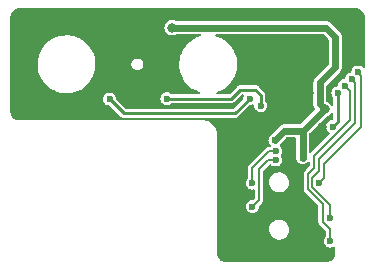
<source format=gbr>
%TF.GenerationSoftware,KiCad,Pcbnew,7.99.0-1.20230926git54171ec.fc37*%
%TF.CreationDate,2023-10-03T14:44:03+01:00*%
%TF.ProjectId,bugg-mic-r5,62756767-2d6d-4696-932d-72352e6b6963,rev?*%
%TF.SameCoordinates,Original*%
%TF.FileFunction,Copper,L6,Bot*%
%TF.FilePolarity,Positive*%
%FSLAX46Y46*%
G04 Gerber Fmt 4.6, Leading zero omitted, Abs format (unit mm)*
G04 Created by KiCad (PCBNEW 7.99.0-1.20230926git54171ec.fc37) date 2023-10-03 14:44:03*
%MOMM*%
%LPD*%
G01*
G04 APERTURE LIST*
%TA.AperFunction,ComponentPad*%
%ADD10C,0.500000*%
%TD*%
%TA.AperFunction,SMDPad,CuDef*%
%ADD11R,2.650000X2.650000*%
%TD*%
%TA.AperFunction,ViaPad*%
%ADD12C,0.600000*%
%TD*%
%TA.AperFunction,ViaPad*%
%ADD13C,0.800000*%
%TD*%
%TA.AperFunction,Conductor*%
%ADD14C,0.600000*%
%TD*%
%TA.AperFunction,Conductor*%
%ADD15C,0.200000*%
%TD*%
%TA.AperFunction,Conductor*%
%ADD16C,0.250000*%
%TD*%
G04 APERTURE END LIST*
D10*
%TO.P,U301,25,VSS_THERMAL*%
%TO.N,GND*%
X14675000Y-1400000D03*
X13600000Y-1400000D03*
X12525000Y-325000D03*
X14675000Y-2475000D03*
X13600000Y-325000D03*
X12525000Y-2475000D03*
D11*
X13600000Y-1400000D03*
D10*
X12525000Y-1400000D03*
X14675000Y-325000D03*
X13600000Y-2475000D03*
%TD*%
D12*
%TO.N,GND*%
X-600000Y-3450000D03*
D13*
X15600000Y-5350000D03*
D12*
X500000Y-3450000D03*
X11650000Y-16025000D03*
X13700000Y-4400000D03*
X12950000Y2000000D03*
X11100000Y-16025000D03*
X16000000Y4350000D03*
X10550000Y1350000D03*
X-3050000Y4100000D03*
X15950000Y550000D03*
X18550000Y4000000D03*
X12850000Y-6450000D03*
X4000000Y4200000D03*
X11450000Y-3550000D03*
X10950000Y4050000D03*
%TO.N,+3V3*%
X16750000Y2350000D03*
X14000000Y-7900000D03*
D13*
X2950000Y3100000D03*
X15850000Y-3800000D03*
D12*
X11650000Y-6425000D03*
%TO.N,/SDOUT*%
X17550000Y-1800000D03*
X16325000Y-14975000D03*
%TO.N,/SCL*%
X9725000Y-10050000D03*
X11700000Y-7350000D03*
%TO.N,/BCLK*%
X18133725Y-1252932D03*
X16275000Y-12975000D03*
%TO.N,/SDA*%
X11700000Y-8100000D03*
X9725000Y-12050000D03*
%TO.N,/FSYNC*%
X18674709Y-663564D03*
X15375000Y-10025000D03*
%TO.N,Net-(U301-PDMDIN1_GPI1)*%
X-2350000Y-2950000D03*
X9500000Y-2900000D03*
%TO.N,Net-(U301-PDMCLK1_GPO1)*%
X2500000Y-2900000D03*
X10449991Y-3500009D03*
%TO.N,Net-(U301-GPIO1)*%
X16533051Y-5283051D03*
X16974627Y-2425373D03*
%TD*%
D14*
%TO.N,+3V3*%
X14000000Y-7900000D02*
X14000000Y-5650000D01*
X11650000Y-6425000D02*
X12425000Y-5650000D01*
X16750000Y-234300D02*
X16750000Y2350000D01*
X16000000Y3100000D02*
X2950000Y3100000D01*
X15450000Y-1534300D02*
X16750000Y-234300D01*
X12425000Y-5650000D02*
X14000000Y-5650000D01*
X15450000Y-3400000D02*
X15450000Y-1534300D01*
X16750000Y2350000D02*
X16000000Y3100000D01*
X14000000Y-5650000D02*
X15850000Y-3800000D01*
X15850000Y-3800000D02*
X15450000Y-3400000D01*
D15*
%TO.N,/SDOUT*%
X14450000Y-10569974D02*
X14450000Y-9263604D01*
X14950000Y-8763604D02*
X14950000Y-7750000D01*
X18000000Y-2250000D02*
X17550000Y-1800000D01*
X15675000Y-11794974D02*
X14450000Y-10569974D01*
X15675000Y-13325000D02*
X15675000Y-11794974D01*
X16325000Y-13975000D02*
X15675000Y-13325000D01*
X18000000Y-4700000D02*
X18000000Y-2250000D01*
X14450000Y-9263604D02*
X14950000Y-8763604D01*
X16325000Y-14975000D02*
X16325000Y-13975000D01*
X14950000Y-7750000D02*
X18000000Y-4700000D01*
%TO.N,/SCL*%
X11700000Y-7350000D02*
X11150000Y-7350000D01*
X9725000Y-8775000D02*
X9725000Y-10050000D01*
X11150000Y-7350000D02*
X9725000Y-8775000D01*
%TO.N,/BCLK*%
X15400000Y-8013590D02*
X18450011Y-4963579D01*
X14800000Y-9650000D02*
X15400000Y-9050000D01*
X15400000Y-9050000D02*
X15400000Y-8013590D01*
X14800000Y-10425000D02*
X14800000Y-9650000D01*
X18450011Y-4963579D02*
X18450011Y-1569218D01*
X18450011Y-1569218D02*
X18133725Y-1252932D01*
X16275000Y-12975000D02*
X16275000Y-11900000D01*
X16275000Y-11900000D02*
X14800000Y-10425000D01*
%TO.N,/SDA*%
X11075000Y-8100000D02*
X10300000Y-8875000D01*
X10300000Y-8875000D02*
X10300000Y-11475000D01*
X10300000Y-11475000D02*
X9725000Y-12050000D01*
X11700000Y-8100000D02*
X11075000Y-8100000D01*
%TO.N,/FSYNC*%
X15800000Y-9600000D02*
X15800000Y-8450000D01*
X15375000Y-10025000D02*
X15800000Y-9600000D01*
X15800000Y-8450000D02*
X18974708Y-5275292D01*
X18974708Y-963563D02*
X18674709Y-663564D01*
X18974708Y-5275292D02*
X18974708Y-963563D01*
D16*
%TO.N,Net-(U301-PDMDIN1_GPI1)*%
X9500000Y-2900000D02*
X8250000Y-4150000D01*
X8250000Y-4150000D02*
X-1150000Y-4150000D01*
X-1150000Y-4150000D02*
X-2350000Y-2950000D01*
%TO.N,Net-(U301-PDMCLK1_GPO1)*%
X8700000Y-2150000D02*
X7950000Y-2900000D01*
X10450000Y-2600000D02*
X10000000Y-2150000D01*
X10449991Y-3500009D02*
X10450000Y-3500000D01*
X10450000Y-3500000D02*
X10450000Y-2600000D01*
X7950000Y-2900000D02*
X2500000Y-2900000D01*
X10000000Y-2150000D02*
X8700000Y-2150000D01*
%TO.N,Net-(U301-GPIO1)*%
X16974627Y-2425373D02*
X16974627Y-4841475D01*
X16974627Y-4841475D02*
X16533051Y-5283051D01*
%TD*%
%TA.AperFunction,Conductor*%
%TO.N,GND*%
G36*
X18502425Y4749261D02*
G01*
X18636515Y4736054D01*
X18655549Y4732268D01*
X18777490Y4695278D01*
X18795420Y4687851D01*
X18907798Y4627784D01*
X18923935Y4617002D01*
X19022438Y4536162D01*
X19036161Y4522439D01*
X19117001Y4423936D01*
X19127783Y4407799D01*
X19187850Y4295422D01*
X19195277Y4277492D01*
X19232267Y4155551D01*
X19236053Y4136518D01*
X19249258Y4002457D01*
X19249497Y3997602D01*
X19249497Y3947870D01*
X19249500Y3947832D01*
X19249500Y-216706D01*
X19230593Y-274897D01*
X19181093Y-310861D01*
X19119907Y-310861D01*
X19071961Y-276977D01*
X19067335Y-270949D01*
X19067333Y-270947D01*
X19067330Y-270943D01*
X18952334Y-182703D01*
X18952330Y-182701D01*
X18818418Y-127234D01*
X18818417Y-127233D01*
X18674709Y-108314D01*
X18531000Y-127233D01*
X18530999Y-127234D01*
X18397087Y-182701D01*
X18397083Y-182703D01*
X18282090Y-270941D01*
X18282086Y-270945D01*
X18193848Y-385938D01*
X18193846Y-385942D01*
X18138379Y-519854D01*
X18138378Y-519855D01*
X18124552Y-624879D01*
X18098211Y-680104D01*
X18044440Y-709299D01*
X18039323Y-710110D01*
X17990014Y-716602D01*
X17856103Y-772069D01*
X17856099Y-772071D01*
X17741106Y-860309D01*
X17741102Y-860313D01*
X17652864Y-975306D01*
X17652862Y-975310D01*
X17597395Y-1109221D01*
X17589988Y-1165477D01*
X17563646Y-1220701D01*
X17509874Y-1249896D01*
X17504758Y-1250706D01*
X17406291Y-1263670D01*
X17406290Y-1263670D01*
X17272378Y-1319137D01*
X17272374Y-1319139D01*
X17157381Y-1407377D01*
X17157377Y-1407381D01*
X17069139Y-1522374D01*
X17069137Y-1522378D01*
X17013670Y-1656290D01*
X17013670Y-1656291D01*
X16995625Y-1793349D01*
X16969284Y-1848574D01*
X16915513Y-1877768D01*
X16910395Y-1878579D01*
X16830918Y-1889043D01*
X16830917Y-1889043D01*
X16697005Y-1944510D01*
X16697001Y-1944512D01*
X16582008Y-2032750D01*
X16582004Y-2032754D01*
X16493766Y-2147747D01*
X16493764Y-2147751D01*
X16438297Y-2281663D01*
X16438296Y-2281664D01*
X16419377Y-2425372D01*
X16419377Y-2425373D01*
X16438296Y-2569081D01*
X16438297Y-2569082D01*
X16488317Y-2689844D01*
X16493766Y-2702998D01*
X16578669Y-2813646D01*
X16599093Y-2871320D01*
X16599127Y-2873912D01*
X16599127Y-3422478D01*
X16580220Y-3480669D01*
X16530720Y-3516633D01*
X16469534Y-3516633D01*
X16420034Y-3480669D01*
X16418651Y-3478716D01*
X16340484Y-3365471D01*
X16314692Y-3342621D01*
X16222240Y-3260717D01*
X16082365Y-3187304D01*
X16082364Y-3187303D01*
X16075804Y-3185686D01*
X16023830Y-3153400D01*
X16000760Y-3096731D01*
X16000500Y-3089564D01*
X16000500Y-1803332D01*
X16019407Y-1745141D01*
X16029490Y-1733334D01*
X17132618Y-630206D01*
X17181044Y-584980D01*
X17204379Y-546606D01*
X17207217Y-542434D01*
X17234361Y-506642D01*
X17241731Y-487951D01*
X17249236Y-472841D01*
X17259672Y-455682D01*
X17271790Y-412430D01*
X17273397Y-407648D01*
X17289876Y-365864D01*
X17291929Y-345885D01*
X17295082Y-329304D01*
X17300499Y-309968D01*
X17300500Y-309967D01*
X17300500Y-265063D01*
X17300760Y-259998D01*
X17303249Y-235784D01*
X17305352Y-215328D01*
X17301939Y-195531D01*
X17300500Y-178712D01*
X17300500Y2310672D01*
X17300924Y2317140D01*
X17305250Y2350000D01*
X17305250Y2350001D01*
X17302802Y2368589D01*
X17302012Y2384891D01*
X17302762Y2406826D01*
X17292533Y2448795D01*
X17291549Y2454058D01*
X17286330Y2493709D01*
X17286325Y2493719D01*
X17286305Y2493799D01*
X17285073Y2499895D01*
X17285070Y2499920D01*
X17283308Y2503975D01*
X17277071Y2518334D01*
X17271686Y2534346D01*
X17266935Y2553844D01*
X17266933Y2553850D01*
X17266933Y2553852D01*
X17247437Y2588524D01*
X17244859Y2593827D01*
X17230861Y2627625D01*
X17230856Y2627631D01*
X17227183Y2633992D01*
X17224899Y2638524D01*
X17224780Y2638719D01*
X17224780Y2638720D01*
X17212105Y2654297D01*
X17202604Y2668258D01*
X17192765Y2685759D01*
X17167065Y2711457D01*
X17162799Y2716324D01*
X17158037Y2722529D01*
X17142621Y2742621D01*
X17142612Y2742627D01*
X17138028Y2747213D01*
X17138265Y2747450D01*
X17131318Y2754202D01*
X17129281Y2756103D01*
X17129278Y2756108D01*
X17112865Y2767692D01*
X17099965Y2778557D01*
X16395907Y3482617D01*
X16350680Y3531044D01*
X16312306Y3554379D01*
X16308134Y3557217D01*
X16272342Y3584361D01*
X16253651Y3591731D01*
X16238541Y3599236D01*
X16221382Y3609672D01*
X16178130Y3621790D01*
X16173348Y3623397D01*
X16131564Y3639876D01*
X16111585Y3641929D01*
X16095004Y3645082D01*
X16079180Y3649515D01*
X16075667Y3650499D01*
X16075667Y3650500D01*
X16075665Y3650500D01*
X16030763Y3650500D01*
X16025698Y3650760D01*
X16017057Y3651647D01*
X15981028Y3655352D01*
X15961239Y3651940D01*
X15944417Y3650500D01*
X3325270Y3650500D01*
X3279262Y3661840D01*
X3258228Y3672879D01*
X3182365Y3712696D01*
X3028985Y3750500D01*
X2871015Y3750500D01*
X2717635Y3712696D01*
X2577760Y3639283D01*
X2481916Y3554373D01*
X2459515Y3534528D01*
X2369780Y3404523D01*
X2313763Y3256817D01*
X2313762Y3256816D01*
X2294722Y3100001D01*
X2294722Y3099998D01*
X2313762Y2943183D01*
X2313763Y2943182D01*
X2369780Y2795476D01*
X2459515Y2665471D01*
X2577758Y2560718D01*
X2717635Y2487303D01*
X2871012Y2449500D01*
X2871015Y2449500D01*
X3028987Y2449500D01*
X3182364Y2487303D01*
X3279262Y2538160D01*
X3325270Y2549500D01*
X5289645Y2549500D01*
X5347836Y2530593D01*
X5383800Y2481093D01*
X5383800Y2419907D01*
X5347836Y2370407D01*
X5320843Y2356544D01*
X5078515Y2276086D01*
X4795021Y2139562D01*
X4531313Y1967907D01*
X4416031Y1869766D01*
X4291721Y1763940D01*
X4080178Y1531007D01*
X3900154Y1272930D01*
X3754618Y993963D01*
X3754617Y993961D01*
X3645953Y698686D01*
X3645948Y698671D01*
X3575930Y391901D01*
X3563412Y262141D01*
X3545717Y78704D01*
X3545717Y78697D01*
X3545717Y78695D01*
X3550764Y-78695D01*
X3554243Y-187186D01*
X3555802Y-235784D01*
X3555803Y-235799D01*
X3606021Y-546411D01*
X3606022Y-546413D01*
X3695547Y-848055D01*
X3822916Y-1135784D01*
X3986031Y-1404860D01*
X3986034Y-1404864D01*
X4182204Y-1650854D01*
X4182207Y-1650857D01*
X4182209Y-1650859D01*
X4182214Y-1650865D01*
X4408246Y-1869765D01*
X4464859Y-1912016D01*
X4660411Y-2057961D01*
X4660415Y-2057963D01*
X4934579Y-2212370D01*
X5226238Y-2330449D01*
X5226239Y-2330449D01*
X5226246Y-2330452D01*
X5229254Y-2331451D01*
X5228718Y-2333062D01*
X5275036Y-2362811D01*
X5297250Y-2419822D01*
X5281711Y-2479001D01*
X5234355Y-2517745D01*
X5198413Y-2524500D01*
X2948539Y-2524500D01*
X2890348Y-2505593D01*
X2888314Y-2504074D01*
X2777625Y-2419139D01*
X2777621Y-2419137D01*
X2643709Y-2363670D01*
X2643708Y-2363669D01*
X2500000Y-2344750D01*
X2356291Y-2363669D01*
X2356290Y-2363670D01*
X2222378Y-2419137D01*
X2222374Y-2419139D01*
X2107381Y-2507377D01*
X2107377Y-2507381D01*
X2019139Y-2622374D01*
X2019137Y-2622378D01*
X1963670Y-2756290D01*
X1963669Y-2756291D01*
X1944750Y-2899999D01*
X1944750Y-2900000D01*
X1963669Y-3043708D01*
X1963670Y-3043709D01*
X1991852Y-3111749D01*
X2019139Y-3177625D01*
X2107379Y-3292621D01*
X2222375Y-3380861D01*
X2356291Y-3436330D01*
X2500000Y-3455250D01*
X2643709Y-3436330D01*
X2777625Y-3380861D01*
X2888273Y-3295957D01*
X2945947Y-3275534D01*
X2948539Y-3275500D01*
X7900789Y-3275500D01*
X7921104Y-3277607D01*
X7925530Y-3278534D01*
X7934268Y-3280367D01*
X7970267Y-3275879D01*
X7976391Y-3275500D01*
X7981118Y-3275500D01*
X8004139Y-3271658D01*
X8033471Y-3268001D01*
X8058626Y-3264866D01*
X8058628Y-3264864D01*
X8066138Y-3262629D01*
X8073606Y-3260065D01*
X8073610Y-3260065D01*
X8121877Y-3233944D01*
X8171211Y-3209826D01*
X8171215Y-3209821D01*
X8177634Y-3205239D01*
X8183823Y-3200422D01*
X8221008Y-3160028D01*
X8826542Y-2554496D01*
X8881058Y-2526719D01*
X8896545Y-2525500D01*
X8911102Y-2525500D01*
X8969293Y-2544407D01*
X9005257Y-2593907D01*
X9005257Y-2655093D01*
X9002570Y-2662375D01*
X8963670Y-2756291D01*
X8963669Y-2756294D01*
X8945465Y-2894563D01*
X8919123Y-2949788D01*
X8917316Y-2951643D01*
X8123458Y-3745503D01*
X8068941Y-3773281D01*
X8053454Y-3774500D01*
X-953456Y-3774500D01*
X-1011647Y-3755593D01*
X-1023460Y-3745503D01*
X-1767316Y-3001644D01*
X-1795093Y-2947128D01*
X-1795465Y-2944564D01*
X-1813670Y-2806291D01*
X-1813670Y-2806290D01*
X-1869137Y-2672378D01*
X-1869139Y-2672374D01*
X-1957377Y-2557381D01*
X-1957381Y-2557377D01*
X-2072374Y-2469139D01*
X-2072378Y-2469137D01*
X-2206290Y-2413670D01*
X-2206291Y-2413669D01*
X-2350000Y-2394750D01*
X-2493708Y-2413669D01*
X-2493709Y-2413670D01*
X-2627621Y-2469137D01*
X-2627625Y-2469139D01*
X-2742621Y-2557379D01*
X-2830861Y-2672375D01*
X-2886330Y-2806291D01*
X-2897951Y-2894563D01*
X-2905250Y-2950000D01*
X-2886330Y-3093709D01*
X-2830861Y-3227625D01*
X-2742621Y-3342621D01*
X-2627625Y-3430861D01*
X-2493709Y-3486330D01*
X-2355432Y-3504534D01*
X-2300209Y-3530875D01*
X-2298389Y-3532646D01*
X-1450308Y-4380727D01*
X-1437438Y-4396577D01*
X-1430084Y-4407836D01*
X-1401450Y-4430121D01*
X-1396858Y-4434177D01*
X-1393518Y-4437519D01*
X-1393512Y-4437523D01*
X-1374516Y-4451086D01*
X-1352852Y-4467947D01*
X-1331189Y-4484809D01*
X-1331183Y-4484810D01*
X-1324289Y-4488542D01*
X-1317205Y-4492005D01*
X-1317199Y-4492010D01*
X-1264594Y-4507671D01*
X-1212660Y-4525500D01*
X-1212657Y-4525500D01*
X-1204920Y-4526791D01*
X-1197096Y-4527765D01*
X-1197089Y-4527768D01*
X-1142245Y-4525500D01*
X8200789Y-4525500D01*
X8221104Y-4527607D01*
X8225530Y-4528534D01*
X8234268Y-4530367D01*
X8270267Y-4525879D01*
X8276391Y-4525500D01*
X8281118Y-4525500D01*
X8304139Y-4521658D01*
X8333471Y-4518001D01*
X8358626Y-4514866D01*
X8358628Y-4514864D01*
X8366138Y-4512629D01*
X8373606Y-4510065D01*
X8373610Y-4510065D01*
X8421877Y-4483944D01*
X8471211Y-4459826D01*
X8471215Y-4459821D01*
X8477634Y-4455239D01*
X8483823Y-4450422D01*
X8521007Y-4410029D01*
X8983203Y-3947833D01*
X9448354Y-3482681D01*
X9502870Y-3454906D01*
X9505400Y-3454538D01*
X9643709Y-3436330D01*
X9759668Y-3388298D01*
X9820663Y-3383498D01*
X9872832Y-3415468D01*
X9896247Y-3471996D01*
X9895705Y-3492684D01*
X9894741Y-3500006D01*
X9894741Y-3500009D01*
X9913660Y-3643717D01*
X9913661Y-3643718D01*
X9941474Y-3710867D01*
X9969130Y-3777634D01*
X10057370Y-3892630D01*
X10172366Y-3980870D01*
X10306282Y-4036339D01*
X10449991Y-4055259D01*
X10593700Y-4036339D01*
X10727616Y-3980870D01*
X10842612Y-3892630D01*
X10930852Y-3777634D01*
X10986321Y-3643718D01*
X11005241Y-3500009D01*
X10996137Y-3430862D01*
X10986321Y-3356300D01*
X10930852Y-3222384D01*
X10845957Y-3111748D01*
X10825534Y-3054073D01*
X10825500Y-3051481D01*
X10825500Y-2649210D01*
X10827607Y-2628894D01*
X10828974Y-2622374D01*
X10830367Y-2615732D01*
X10825879Y-2579733D01*
X10825500Y-2573608D01*
X10825500Y-2568880D01*
X10821658Y-2545859D01*
X10816861Y-2507379D01*
X10814866Y-2491374D01*
X10814864Y-2491370D01*
X10812626Y-2483850D01*
X10810065Y-2476389D01*
X10783945Y-2428123D01*
X10767629Y-2394750D01*
X10759826Y-2378789D01*
X10759824Y-2378787D01*
X10759824Y-2378786D01*
X10755271Y-2372409D01*
X10750421Y-2366177D01*
X10750419Y-2366174D01*
X10710029Y-2328992D01*
X10300313Y-1919275D01*
X10287437Y-1903419D01*
X10280084Y-1892164D01*
X10261588Y-1877768D01*
X10251463Y-1869887D01*
X10246870Y-1865832D01*
X10243518Y-1862480D01*
X10224504Y-1848905D01*
X10213287Y-1840174D01*
X10181190Y-1815191D01*
X10174281Y-1811452D01*
X10167195Y-1807988D01*
X10128743Y-1796541D01*
X10114596Y-1792329D01*
X10062660Y-1774500D01*
X10062657Y-1774499D01*
X10054923Y-1773208D01*
X10047089Y-1772232D01*
X10047088Y-1772232D01*
X10047086Y-1772232D01*
X9992244Y-1774500D01*
X8749211Y-1774500D01*
X8728896Y-1772393D01*
X8715733Y-1769633D01*
X8715732Y-1769633D01*
X8679732Y-1774120D01*
X8673609Y-1774500D01*
X8668882Y-1774500D01*
X8645858Y-1778342D01*
X8591374Y-1785134D01*
X8583849Y-1787374D01*
X8576387Y-1789936D01*
X8528122Y-1816055D01*
X8478786Y-1840175D01*
X8472385Y-1844745D01*
X8466175Y-1849579D01*
X8428992Y-1889970D01*
X7823458Y-2495504D01*
X7768941Y-2523281D01*
X7753454Y-2524500D01*
X6785651Y-2524500D01*
X6727460Y-2505593D01*
X6691496Y-2456093D01*
X6691496Y-2394907D01*
X6727460Y-2345407D01*
X6754451Y-2331544D01*
X6921485Y-2276086D01*
X7204979Y-2139562D01*
X7468687Y-1967907D01*
X7708280Y-1763939D01*
X7919822Y-1531007D01*
X8099842Y-1272936D01*
X8245381Y-993964D01*
X8354052Y-698670D01*
X8424069Y-391905D01*
X8454283Y-78704D01*
X8444198Y235789D01*
X8393979Y546410D01*
X8304451Y848059D01*
X8177084Y1135784D01*
X8013970Y1404858D01*
X7817786Y1650865D01*
X7591754Y1869765D01*
X7339585Y2057963D01*
X7065421Y2212370D01*
X6773762Y2330449D01*
X6773760Y2330449D01*
X6773759Y2330450D01*
X6681139Y2354738D01*
X6629647Y2387787D01*
X6607416Y2444791D01*
X6622936Y2503975D01*
X6670279Y2542734D01*
X6706251Y2549500D01*
X15730967Y2549500D01*
X15789158Y2530593D01*
X15800971Y2520504D01*
X16170504Y2150971D01*
X16198281Y2096454D01*
X16199500Y2080967D01*
X16199500Y34733D01*
X16180593Y-23458D01*
X16170504Y-35270D01*
X15580895Y-624879D01*
X15067381Y-1138393D01*
X15018956Y-1183619D01*
X15018955Y-1183621D01*
X14995624Y-1221984D01*
X14992773Y-1226173D01*
X14965639Y-1261957D01*
X14965638Y-1261959D01*
X14958269Y-1280643D01*
X14950765Y-1295752D01*
X14940327Y-1312918D01*
X14928210Y-1356161D01*
X14926594Y-1360966D01*
X14910123Y-1402737D01*
X14910122Y-1402741D01*
X14908068Y-1422717D01*
X14904919Y-1439290D01*
X14899500Y-1458634D01*
X14899500Y-1503536D01*
X14899240Y-1508601D01*
X14894648Y-1553273D01*
X14898060Y-1573059D01*
X14899500Y-1589882D01*
X14899500Y-3390602D01*
X14897304Y-3454906D01*
X14897238Y-3456826D01*
X14907761Y-3500009D01*
X14907867Y-3500441D01*
X14908814Y-3505423D01*
X14914930Y-3549921D01*
X14914930Y-3549922D01*
X14922931Y-3568341D01*
X14928313Y-3584345D01*
X14933065Y-3603846D01*
X14933068Y-3603854D01*
X14955075Y-3642995D01*
X14957331Y-3647536D01*
X14975220Y-3688721D01*
X14987891Y-3704295D01*
X14997391Y-3718253D01*
X15007234Y-3735760D01*
X15010484Y-3740045D01*
X15030580Y-3797836D01*
X15012870Y-3856402D01*
X15001605Y-3869869D01*
X13800971Y-5070504D01*
X13746454Y-5098281D01*
X13730967Y-5099500D01*
X12434427Y-5099500D01*
X12368175Y-5097237D01*
X12368167Y-5097237D01*
X12327806Y-5107073D01*
X12324545Y-5107868D01*
X12319566Y-5108814D01*
X12275081Y-5114929D01*
X12275073Y-5114931D01*
X12256655Y-5122931D01*
X12240663Y-5128309D01*
X12221155Y-5133063D01*
X12221146Y-5133067D01*
X12181998Y-5155076D01*
X12177460Y-5157330D01*
X12136278Y-5175220D01*
X12120698Y-5187895D01*
X12106752Y-5197387D01*
X12089241Y-5207234D01*
X12057484Y-5238988D01*
X12053721Y-5242384D01*
X12018892Y-5270720D01*
X12018891Y-5270721D01*
X12007310Y-5287127D01*
X11996437Y-5300036D01*
X11288542Y-6007930D01*
X11283670Y-6012203D01*
X11257384Y-6032374D01*
X11257373Y-6032385D01*
X11237218Y-6058650D01*
X11235272Y-6061030D01*
X11234107Y-6062365D01*
X11212232Y-6091215D01*
X11169133Y-6147382D01*
X11169066Y-6147499D01*
X11165658Y-6152630D01*
X11165645Y-6152646D01*
X11165639Y-6152657D01*
X11165639Y-6152658D01*
X11146292Y-6201719D01*
X11139596Y-6218698D01*
X11113670Y-6281290D01*
X11111763Y-6288407D01*
X11110183Y-6293191D01*
X11110123Y-6293439D01*
X11103185Y-6360927D01*
X11094750Y-6424997D01*
X11094750Y-6431481D01*
X11094419Y-6431481D01*
X11094559Y-6441390D01*
X11094647Y-6443968D01*
X11105644Y-6507752D01*
X11113669Y-6568706D01*
X11113669Y-6568708D01*
X11113670Y-6568709D01*
X11113704Y-6568792D01*
X11119801Y-6589857D01*
X11120359Y-6593098D01*
X11146264Y-6647571D01*
X11147293Y-6649887D01*
X11169135Y-6702618D01*
X11169139Y-6702626D01*
X11171473Y-6705667D01*
X11182331Y-6723408D01*
X11185353Y-6729762D01*
X11206457Y-6753965D01*
X11222750Y-6772652D01*
X11224712Y-6775050D01*
X11246076Y-6802892D01*
X11257379Y-6817621D01*
X11257383Y-6817624D01*
X11263032Y-6821959D01*
X11297687Y-6872385D01*
X11296084Y-6933549D01*
X11258835Y-6982090D01*
X11202763Y-6999500D01*
X11196613Y-6999500D01*
X11176298Y-6997393D01*
X11164685Y-6994958D01*
X11131294Y-6999120D01*
X11125169Y-6999500D01*
X11120956Y-6999500D01*
X11099448Y-7003089D01*
X11048607Y-7009426D01*
X11041575Y-7011519D01*
X11034616Y-7013908D01*
X10989555Y-7038295D01*
X10943517Y-7060801D01*
X10937542Y-7065066D01*
X10931744Y-7069579D01*
X10897042Y-7107275D01*
X9510118Y-8494198D01*
X9494265Y-8507071D01*
X9484335Y-8513559D01*
X9484332Y-8513561D01*
X9463664Y-8540114D01*
X9459605Y-8544712D01*
X9456619Y-8547698D01*
X9443955Y-8565437D01*
X9412483Y-8605874D01*
X9408981Y-8612343D01*
X9405758Y-8618936D01*
X9391138Y-8668045D01*
X9374499Y-8716512D01*
X9373293Y-8723743D01*
X9372383Y-8731047D01*
X9374500Y-8782231D01*
X9374500Y-9576236D01*
X9355593Y-9634427D01*
X9335769Y-9654777D01*
X9332381Y-9657376D01*
X9244139Y-9772374D01*
X9244137Y-9772378D01*
X9188670Y-9906290D01*
X9188669Y-9906291D01*
X9169750Y-10049999D01*
X9169750Y-10050000D01*
X9188669Y-10193708D01*
X9188670Y-10193709D01*
X9239597Y-10316661D01*
X9244139Y-10327625D01*
X9332379Y-10442621D01*
X9447375Y-10530861D01*
X9581291Y-10586330D01*
X9725000Y-10605250D01*
X9837579Y-10590428D01*
X9897738Y-10601578D01*
X9939856Y-10645960D01*
X9949500Y-10688581D01*
X9949500Y-11288810D01*
X9930593Y-11347001D01*
X9920503Y-11358814D01*
X9812158Y-11467158D01*
X9757642Y-11494935D01*
X9729235Y-11495307D01*
X9725004Y-11494750D01*
X9725000Y-11494750D01*
X9581291Y-11513669D01*
X9581290Y-11513670D01*
X9447378Y-11569137D01*
X9447374Y-11569139D01*
X9332381Y-11657377D01*
X9332377Y-11657381D01*
X9244139Y-11772374D01*
X9244137Y-11772378D01*
X9188670Y-11906290D01*
X9188669Y-11906291D01*
X9169750Y-12049999D01*
X9169750Y-12050000D01*
X9188669Y-12193708D01*
X9188670Y-12193709D01*
X9244139Y-12327625D01*
X9332379Y-12442621D01*
X9447375Y-12530861D01*
X9581291Y-12586330D01*
X9725000Y-12605250D01*
X9868709Y-12586330D01*
X10002625Y-12530861D01*
X10117621Y-12442621D01*
X10205861Y-12327625D01*
X10261330Y-12193709D01*
X10280250Y-12050000D01*
X10279693Y-12045769D01*
X10290840Y-11985608D01*
X10307838Y-11962841D01*
X10514881Y-11755798D01*
X10530731Y-11742928D01*
X10540669Y-11736437D01*
X10561341Y-11709875D01*
X10565399Y-11705281D01*
X10568375Y-11702306D01*
X10571176Y-11698382D01*
X10581039Y-11684569D01*
X10612516Y-11644127D01*
X10616023Y-11637645D01*
X10619239Y-11631067D01*
X10619238Y-11631067D01*
X10619240Y-11631066D01*
X10633861Y-11581954D01*
X10650500Y-11533488D01*
X10650500Y-11533483D01*
X10651707Y-11526251D01*
X10652617Y-11518955D01*
X10652398Y-11513670D01*
X10650500Y-11467758D01*
X10650500Y-9953683D01*
X11145740Y-9953683D01*
X11155755Y-10138407D01*
X11201350Y-10302625D01*
X11205247Y-10316661D01*
X11205250Y-10316667D01*
X11291899Y-10480103D01*
X11291900Y-10480104D01*
X11411661Y-10621098D01*
X11411666Y-10621103D01*
X11558932Y-10733052D01*
X11558934Y-10733053D01*
X11558935Y-10733053D01*
X11558936Y-10733054D01*
X11726833Y-10810732D01*
X11907503Y-10850500D01*
X11907507Y-10850500D01*
X12046112Y-10850500D01*
X12046113Y-10850500D01*
X12183910Y-10835514D01*
X12359221Y-10776444D01*
X12500418Y-10691490D01*
X12517733Y-10681072D01*
X12517733Y-10681071D01*
X12517736Y-10681070D01*
X12652041Y-10553849D01*
X12755858Y-10400730D01*
X12824331Y-10228875D01*
X12854260Y-10046317D01*
X12844245Y-9861593D01*
X12794754Y-9683341D01*
X12708100Y-9519896D01*
X12588337Y-9378900D01*
X12588333Y-9378896D01*
X12441067Y-9266947D01*
X12441065Y-9266946D01*
X12273170Y-9189269D01*
X12273168Y-9189268D01*
X12237033Y-9181314D01*
X12092497Y-9149500D01*
X11953887Y-9149500D01*
X11816090Y-9164486D01*
X11757021Y-9184388D01*
X11640780Y-9223555D01*
X11640777Y-9223556D01*
X11482266Y-9318927D01*
X11482262Y-9318931D01*
X11347960Y-9446149D01*
X11244142Y-9599267D01*
X11175669Y-9771124D01*
X11153510Y-9906291D01*
X11145740Y-9953683D01*
X10650500Y-9953683D01*
X10650500Y-9061190D01*
X10669407Y-9002999D01*
X10679496Y-8991186D01*
X10888451Y-8782231D01*
X11172818Y-8497863D01*
X11227333Y-8470088D01*
X11287765Y-8479659D01*
X11303088Y-8489328D01*
X11307378Y-8492620D01*
X11307379Y-8492621D01*
X11334671Y-8513563D01*
X11422369Y-8580857D01*
X11422371Y-8580858D01*
X11422375Y-8580861D01*
X11556291Y-8636330D01*
X11700000Y-8655250D01*
X11843709Y-8636330D01*
X11977625Y-8580861D01*
X12092621Y-8492621D01*
X12180861Y-8377625D01*
X12236330Y-8243709D01*
X12255250Y-8100000D01*
X12236330Y-7956291D01*
X12180861Y-7822375D01*
X12180858Y-7822371D01*
X12180857Y-7822369D01*
X12152388Y-7785268D01*
X12131963Y-7727592D01*
X12149340Y-7668927D01*
X12152388Y-7664732D01*
X12180857Y-7627630D01*
X12180856Y-7627630D01*
X12180861Y-7627625D01*
X12236330Y-7493709D01*
X12255250Y-7350000D01*
X12236330Y-7206291D01*
X12180861Y-7072375D01*
X12092621Y-6957379D01*
X12072192Y-6941703D01*
X12037537Y-6891278D01*
X12039140Y-6830114D01*
X12053917Y-6802899D01*
X12062801Y-6791320D01*
X12067059Y-6786464D01*
X12339392Y-6514132D01*
X12624030Y-6229496D01*
X12678546Y-6201719D01*
X12694033Y-6200500D01*
X13350500Y-6200500D01*
X13408691Y-6219407D01*
X13444655Y-6268907D01*
X13449500Y-6299500D01*
X13449500Y-7860672D01*
X13449076Y-7867140D01*
X13444750Y-7899999D01*
X13444750Y-7900003D01*
X13449071Y-7932830D01*
X13449378Y-7935898D01*
X13449497Y-7937638D01*
X13454433Y-7973549D01*
X13463671Y-8043716D01*
X13463702Y-8043832D01*
X13464924Y-8049885D01*
X13464927Y-8049909D01*
X13464929Y-8049916D01*
X13464930Y-8049920D01*
X13478097Y-8080233D01*
X13493214Y-8115035D01*
X13519139Y-8177625D01*
X13522823Y-8184008D01*
X13525085Y-8188498D01*
X13525220Y-8188720D01*
X13568030Y-8241341D01*
X13607379Y-8292621D01*
X13607382Y-8292623D01*
X13611968Y-8297209D01*
X13611731Y-8297445D01*
X13618789Y-8304303D01*
X13620718Y-8306105D01*
X13620721Y-8306107D01*
X13620722Y-8306108D01*
X13673587Y-8343424D01*
X13722375Y-8380861D01*
X13722449Y-8380891D01*
X13741668Y-8391481D01*
X13744353Y-8393377D01*
X13764584Y-8400567D01*
X13801196Y-8413579D01*
X13803537Y-8414479D01*
X13856291Y-8436330D01*
X13860091Y-8436830D01*
X13880315Y-8441698D01*
X13886944Y-8444054D01*
X13943722Y-8447937D01*
X13946785Y-8448244D01*
X13963923Y-8450500D01*
X14000000Y-8455250D01*
X14007505Y-8454261D01*
X14027177Y-8453646D01*
X14037921Y-8454381D01*
X14090315Y-8443492D01*
X14093862Y-8442892D01*
X14143709Y-8436330D01*
X14154152Y-8432004D01*
X14171882Y-8426543D01*
X14186085Y-8423592D01*
X14230530Y-8400560D01*
X14234327Y-8398793D01*
X14277625Y-8380861D01*
X14289546Y-8371712D01*
X14304264Y-8362355D01*
X14320447Y-8353971D01*
X14354527Y-8322141D01*
X14358156Y-8319066D01*
X14392621Y-8292621D01*
X14404036Y-8277744D01*
X14415003Y-8265661D01*
X14432927Y-8248921D01*
X14488360Y-8223020D01*
X14548430Y-8234649D01*
X14590193Y-8279365D01*
X14599500Y-8321273D01*
X14599500Y-8577414D01*
X14580593Y-8635605D01*
X14570503Y-8647418D01*
X14235120Y-8982800D01*
X14219269Y-8995673D01*
X14209332Y-9002165D01*
X14188664Y-9028718D01*
X14184605Y-9033316D01*
X14181619Y-9036302D01*
X14168955Y-9054041D01*
X14137483Y-9094478D01*
X14133981Y-9100947D01*
X14130758Y-9107540D01*
X14116138Y-9156649D01*
X14099499Y-9205116D01*
X14098293Y-9212347D01*
X14097383Y-9219651D01*
X14099500Y-9270835D01*
X14099500Y-10523355D01*
X14097393Y-10543670D01*
X14095259Y-10553850D01*
X14094957Y-10555289D01*
X14098827Y-10586330D01*
X14099120Y-10588683D01*
X14099500Y-10594811D01*
X14099500Y-10599014D01*
X14101891Y-10613347D01*
X14103087Y-10620515D01*
X14109425Y-10671362D01*
X14111527Y-10678422D01*
X14113907Y-10685354D01*
X14138295Y-10730418D01*
X14160801Y-10776456D01*
X14165078Y-10782446D01*
X14169579Y-10788229D01*
X14207275Y-10822932D01*
X15295504Y-11911160D01*
X15323281Y-11965677D01*
X15324500Y-11981164D01*
X15324500Y-13278381D01*
X15322393Y-13298696D01*
X15319957Y-13310313D01*
X15324120Y-13343709D01*
X15324500Y-13349837D01*
X15324500Y-13354038D01*
X15328087Y-13375541D01*
X15334425Y-13426388D01*
X15336527Y-13433448D01*
X15338907Y-13440380D01*
X15363295Y-13485444D01*
X15385801Y-13531482D01*
X15390078Y-13537472D01*
X15394579Y-13543255D01*
X15432275Y-13577958D01*
X15945504Y-14091185D01*
X15973281Y-14145702D01*
X15974500Y-14161189D01*
X15974500Y-14501236D01*
X15955593Y-14559427D01*
X15935769Y-14579777D01*
X15932381Y-14582376D01*
X15844139Y-14697374D01*
X15844137Y-14697378D01*
X15788670Y-14831290D01*
X15788669Y-14831291D01*
X15769750Y-14974999D01*
X15769750Y-14975000D01*
X15788669Y-15118708D01*
X15788670Y-15118709D01*
X15844139Y-15252625D01*
X15932379Y-15367621D01*
X16047375Y-15455861D01*
X16181291Y-15511330D01*
X16325000Y-15530250D01*
X16468709Y-15511330D01*
X16602625Y-15455861D01*
X16602624Y-15455861D01*
X16608620Y-15453378D01*
X16609306Y-15455034D01*
X16660839Y-15444076D01*
X16716737Y-15468958D01*
X16747335Y-15521943D01*
X16749500Y-15542535D01*
X16749500Y-15997570D01*
X16749261Y-16002425D01*
X16736054Y-16136515D01*
X16732268Y-16155549D01*
X16695278Y-16277490D01*
X16687851Y-16295420D01*
X16627784Y-16407798D01*
X16617002Y-16423935D01*
X16536162Y-16522438D01*
X16522439Y-16536161D01*
X16423936Y-16617001D01*
X16407799Y-16627783D01*
X16295422Y-16687850D01*
X16277492Y-16695277D01*
X16155551Y-16732267D01*
X16136518Y-16736053D01*
X16002457Y-16749258D01*
X15997602Y-16749497D01*
X15946946Y-16749497D01*
X15946912Y-16749500D01*
X7502430Y-16749500D01*
X7497575Y-16749261D01*
X7363484Y-16736054D01*
X7344450Y-16732268D01*
X7222509Y-16695278D01*
X7204579Y-16687851D01*
X7092201Y-16627784D01*
X7076066Y-16617003D01*
X7026812Y-16576582D01*
X6977561Y-16536162D01*
X6963838Y-16522439D01*
X6882998Y-16423936D01*
X6872216Y-16407799D01*
X6812148Y-16295419D01*
X6804722Y-16277492D01*
X6804721Y-16277490D01*
X6767732Y-16155551D01*
X6763946Y-16136517D01*
X6750742Y-16002456D01*
X6750503Y-15997601D01*
X6750503Y-15947870D01*
X6750500Y-15947832D01*
X6750500Y-13953683D01*
X11145740Y-13953683D01*
X11155755Y-14138407D01*
X11205246Y-14316659D01*
X11205247Y-14316661D01*
X11205250Y-14316667D01*
X11291899Y-14480103D01*
X11291900Y-14480104D01*
X11411661Y-14621098D01*
X11411666Y-14621103D01*
X11558932Y-14733052D01*
X11558934Y-14733053D01*
X11558935Y-14733053D01*
X11558936Y-14733054D01*
X11726833Y-14810732D01*
X11907503Y-14850500D01*
X11907507Y-14850500D01*
X12046112Y-14850500D01*
X12046113Y-14850500D01*
X12183910Y-14835514D01*
X12359221Y-14776444D01*
X12517736Y-14681070D01*
X12652041Y-14553849D01*
X12755858Y-14400730D01*
X12824331Y-14228875D01*
X12854260Y-14046317D01*
X12844245Y-13861593D01*
X12794754Y-13683341D01*
X12708100Y-13519896D01*
X12588337Y-13378900D01*
X12588333Y-13378896D01*
X12441067Y-13266947D01*
X12441065Y-13266946D01*
X12273170Y-13189269D01*
X12273168Y-13189268D01*
X12237033Y-13181314D01*
X12092497Y-13149500D01*
X11953887Y-13149500D01*
X11816090Y-13164486D01*
X11757021Y-13184388D01*
X11640780Y-13223555D01*
X11640777Y-13223556D01*
X11482266Y-13318927D01*
X11482262Y-13318931D01*
X11347960Y-13446149D01*
X11244142Y-13599267D01*
X11175669Y-13771124D01*
X11175669Y-13771125D01*
X11145740Y-13953683D01*
X6750500Y-13953683D01*
X6750500Y-5901576D01*
X6719708Y-5707173D01*
X6719708Y-5707171D01*
X6658883Y-5519972D01*
X6569522Y-5344593D01*
X6453827Y-5185352D01*
X6314645Y-5046171D01*
X6155404Y-4930476D01*
X6155403Y-4930475D01*
X6155401Y-4930474D01*
X5980025Y-4841116D01*
X5792821Y-4780289D01*
X5598419Y-4749500D01*
X5598416Y-4749500D01*
X5524674Y-4749500D01*
X-9997570Y-4749500D01*
X-10002425Y-4749261D01*
X-10136515Y-4736054D01*
X-10155549Y-4732268D01*
X-10277489Y-4695278D01*
X-10295419Y-4687851D01*
X-10407798Y-4627784D01*
X-10423935Y-4617002D01*
X-10522437Y-4536163D01*
X-10536160Y-4522440D01*
X-10616999Y-4423938D01*
X-10627781Y-4407801D01*
X-10687848Y-4295422D01*
X-10695275Y-4277492D01*
X-10732265Y-4155552D01*
X-10736051Y-4136518D01*
X-10749258Y-4002428D01*
X-10749497Y-3997573D01*
X-10749497Y-3947871D01*
X-10749500Y-3947833D01*
X-10749500Y78704D01*
X-8454283Y78704D01*
X-8444198Y-235789D01*
X-8393979Y-546410D01*
X-8304451Y-848059D01*
X-8177084Y-1135784D01*
X-8013970Y-1404858D01*
X-7817786Y-1650865D01*
X-7591754Y-1869765D01*
X-7339585Y-2057963D01*
X-7065421Y-2212370D01*
X-6773762Y-2330449D01*
X-6773760Y-2330449D01*
X-6773759Y-2330450D01*
X-6763798Y-2333062D01*
X-6469399Y-2410263D01*
X-6157327Y-2450500D01*
X-5921425Y-2450500D01*
X-5921420Y-2450500D01*
X-5685992Y-2435385D01*
X-5685987Y-2435384D01*
X-5685986Y-2435384D01*
X-5556996Y-2410263D01*
X-5377140Y-2375236D01*
X-5078515Y-2276086D01*
X-4795021Y-2139562D01*
X-4531313Y-1967907D01*
X-4308639Y-1778342D01*
X-4291721Y-1763940D01*
X-4080178Y-1531007D01*
X-4029694Y-1458635D01*
X-3900158Y-1272936D01*
X-3900157Y-1272934D01*
X-3900154Y-1272930D01*
X-3754618Y-993963D01*
X-3754617Y-993961D01*
X-3645953Y-698686D01*
X-3645948Y-698671D01*
X-3575930Y-391901D01*
X-3558897Y-215327D01*
X-3545717Y-78704D01*
X-3545933Y-71961D01*
X-500500Y-71961D01*
X-459953Y-210053D01*
X-382143Y-331128D01*
X-273373Y-425377D01*
X-142457Y-485165D01*
X-124680Y-487720D01*
X-35804Y-500500D01*
X-35799Y-500500D01*
X35804Y-500500D01*
X124680Y-487720D01*
X142457Y-485165D01*
X273373Y-425377D01*
X382143Y-331128D01*
X459953Y-210053D01*
X500500Y-71961D01*
X500500Y71961D01*
X459953Y210053D01*
X382143Y331128D01*
X273373Y425377D01*
X142457Y485165D01*
X124680Y487720D01*
X35804Y500500D01*
X35799Y500500D01*
X-35799Y500500D01*
X-35804Y500500D01*
X-124680Y487720D01*
X-142457Y485165D01*
X-273373Y425377D01*
X-382143Y331128D01*
X-459953Y210053D01*
X-500500Y71961D01*
X-500500Y-71961D01*
X-3545933Y-71961D01*
X-3547489Y-23458D01*
X-3555802Y235784D01*
X-3555803Y235799D01*
X-3606021Y546411D01*
X-3606022Y546413D01*
X-3695547Y848055D01*
X-3822916Y1135784D01*
X-3986031Y1404860D01*
X-3986034Y1404864D01*
X-4182204Y1650854D01*
X-4182207Y1650857D01*
X-4182209Y1650859D01*
X-4182214Y1650865D01*
X-4408246Y1869765D01*
X-4492302Y1932497D01*
X-4660411Y2057961D01*
X-4774074Y2121975D01*
X-4934579Y2212370D01*
X-5226238Y2330449D01*
X-5226240Y2330450D01*
X-5378614Y2370407D01*
X-5530601Y2410263D01*
X-5842673Y2450500D01*
X-6078580Y2450500D01*
X-6314008Y2435385D01*
X-6622860Y2375236D01*
X-6921485Y2276086D01*
X-7204979Y2139562D01*
X-7468687Y1967907D01*
X-7708280Y1763939D01*
X-7919822Y1531007D01*
X-8099842Y1272936D01*
X-8245381Y993964D01*
X-8354052Y698670D01*
X-8424069Y391905D01*
X-8454283Y78704D01*
X-10749500Y78704D01*
X-10749500Y3997573D01*
X-10749261Y4002429D01*
X-10736054Y4136515D01*
X-10732268Y4155549D01*
X-10695278Y4277489D01*
X-10687851Y4295419D01*
X-10627784Y4407798D01*
X-10617002Y4423935D01*
X-10536163Y4522437D01*
X-10522440Y4536160D01*
X-10423938Y4616999D01*
X-10407801Y4627781D01*
X-10295422Y4687848D01*
X-10277492Y4695275D01*
X-10155552Y4732265D01*
X-10136518Y4736051D01*
X-10002428Y4749258D01*
X-9997573Y4749497D01*
X-9946947Y4749497D01*
X-9946913Y4749500D01*
X18455830Y4749500D01*
X18497570Y4749500D01*
X18502425Y4749261D01*
G37*
%TD.AperFunction*%
%TA.AperFunction,Conductor*%
G36*
X16578790Y-4117411D02*
G01*
X16599098Y-4175128D01*
X16599127Y-4177521D01*
X16599127Y-4632281D01*
X16580220Y-4690472D01*
X16530720Y-4726436D01*
X16513050Y-4730434D01*
X16389341Y-4746721D01*
X16255429Y-4802188D01*
X16255425Y-4802190D01*
X16140432Y-4890428D01*
X16140428Y-4890432D01*
X16052190Y-5005425D01*
X16052188Y-5005429D01*
X15996721Y-5139341D01*
X15996720Y-5139342D01*
X15977801Y-5283050D01*
X15977801Y-5283051D01*
X15996720Y-5426759D01*
X15996721Y-5426760D01*
X16052190Y-5560676D01*
X16140430Y-5675672D01*
X16140434Y-5675675D01*
X16140435Y-5675676D01*
X16255427Y-5763913D01*
X16260963Y-5767109D01*
X16301904Y-5812579D01*
X16308300Y-5873429D01*
X16281467Y-5922849D01*
X14735118Y-7469198D01*
X14719265Y-7482071D01*
X14703651Y-7492273D01*
X14644595Y-7508274D01*
X14587413Y-7486507D01*
X14553945Y-7435286D01*
X14550500Y-7409396D01*
X14550500Y-5919031D01*
X14569407Y-5860840D01*
X14579490Y-5849033D01*
X15974550Y-4453972D01*
X16020861Y-4427855D01*
X16051534Y-4420294D01*
X16082365Y-4412696D01*
X16222240Y-4339283D01*
X16340483Y-4234530D01*
X16418651Y-4121282D01*
X16467268Y-4084133D01*
X16528435Y-4082655D01*
X16578790Y-4117411D01*
G37*
%TD.AperFunction*%
%TD*%
M02*

</source>
